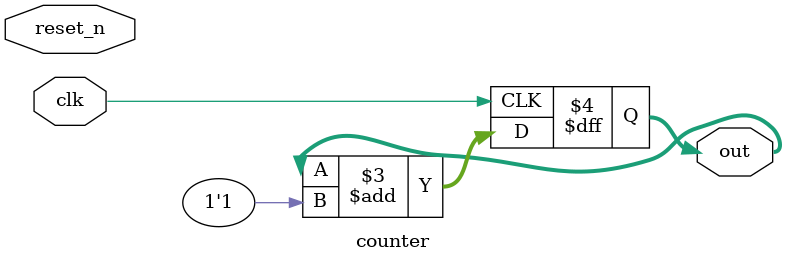
<source format=v>
module player (
    input clk, // clock
    input reset_n, // reset button
    input left,  // move to the left; will be synced to rate divider 
    input right, // move to the right; will be synced to rate divider
    input got_hit, // signals whether player has been shot by alien
    output reg [7:0] x_pos , // current x_position - sent to vga
    output reg [6:0] y_pos , // current y_position - sent to vga 
    output reg [2:0] colour // color sent to vga 
);
    ///***** Player is a 4 by 4 Square that can only move in x direction******///
    reg [7:0] x_pos_reg;
    reg [6:0] y_pos_reg;

	 reg can_move;
	 
	 
	 
    wire [4:0] counter_out;

    always @(posedge clk)
    begin
        if (reset_n)
        begin 
            x_pos_reg <= 8'd78; // roughly in the middle since 160 X 120
            y_pos_reg <= 7'd100; // roughly near the bottom of screen
				
        end
        else if (!got_hit) // still alive 
        begin
            y_pos_reg <= y_pos_reg; // fixed since only move in x direction
            if (left && can_move == 1'b1) // move left
            begin
                if (!x_pos)begin
                    x_pos_reg <= x_pos_reg;
                end
                else begin
                    x_pos_reg <= x_pos_reg - 1'b1;
                end     
            end
            
            else if (right && can_move == 1'b1) // move right
            begin
                if(x_pos == 8'd153)begin
                    x_pos_reg <= x_pos_reg;
                end
                else begin
                    x_pos_reg <= x_pos_reg + 1'b1;

                end    
            end
            else // not moving
            begin
               x_pos_reg <= x_pos_reg; 
            end

        end
        else if (got_hit) // dead 
        begin
            x_pos_reg <= x_pos_reg;
            y_pos_reg <= y_pos_reg;
        end

    end
	
    counter c0(clk, reset_n, counter_out);

    /// Draw player 
    //always @(counter_out)
   // begin
		  
       // y_pos <= y_pos_reg + counter_out[3:2];
        //x_pos <= x_pos_reg + counter_out[1:0];
		//  colour <= 3'b111;
    //end
	 
	 
	 
	 
	 
	 always @(posedge clk)
	 begin
		case(counter_out)
			5'd0: begin 
						y_pos <= y_pos_reg;
						x_pos <= x_pos_reg;
						colour <= 3'b000;
						can_move <= 1'b0;
					end
			
			5'd1: begin 
						y_pos <= y_pos_reg + 1'd1;
						x_pos <= x_pos_reg;
						colour <= 3'b000;
						can_move <= 1'b0;
					end
			5'd2: begin 
						y_pos <= y_pos_reg + 2'd2;
						x_pos <= x_pos_reg;
						colour <= 3'b000;
						can_move <= 1'b0;
					end
			5'd3: begin 
						y_pos <= y_pos_reg + 2'd3;
						x_pos <= x_pos_reg;
						colour <= 3'b000;
						can_move <= 1'b0;
					end
			5'd4: begin 
						y_pos <= y_pos_reg;
						x_pos <= x_pos_reg + 1'd1;
						colour <= 3'b111;
						can_move <= 1'b0;
					end
			5'd5: begin 
						y_pos <= y_pos_reg + 1'd1;
						x_pos <= x_pos_reg + 1'd1;
						colour <= 3'b111;
						can_move <= 1'b0;
					end
			5'd6: begin 
						y_pos <= y_pos_reg + 2'd2;
						x_pos <= x_pos_reg + 1'd1;
						colour <= 3'b111;
						can_move <= 1'b0;
					end
			5'd7: begin
						y_pos <= y_pos_reg + 2'd3;
						x_pos <= x_pos_reg + 1'd1;
						colour <= 3'b111;
						can_move <= 1'b0;
					end 
			5'd8: begin 
						y_pos <= y_pos_reg;
						x_pos <= x_pos_reg + 2'd2;
						colour <= 3'b111;
						can_move <= 1'b0;
					end
			5'd9: begin 
						y_pos <= y_pos_reg + 1'd1;
						x_pos <= x_pos_reg + 2'd2;
						colour <= 3'b111;
						can_move <= 1'b0;
					end
			5'd10: begin 
					   y_pos <= y_pos_reg + 2'd2;
						x_pos <= x_pos_reg + 2'd2;
						colour <= 3'b111;
						can_move <= 1'b0;
					 end
			5'd11: begin 
						y_pos <= y_pos_reg + 2'd3;
						x_pos <= x_pos_reg + 2'd2;
						colour <= 3'b111;
						can_move <= 1'b0;
					 end
			5'd12: begin 
						y_pos <= y_pos_reg;
						x_pos <= x_pos_reg + 3'd3;
						colour <= 3'b111;
						can_move <= 1'b0;
					 end
			5'd13: begin 
						y_pos <= y_pos_reg + 1'd1;
						x_pos <= x_pos_reg + 3'd3;
						colour <= 3'b111;
						can_move <= 1'b0;
					 end
			5'd14: begin 
						y_pos <= y_pos_reg + 3'd2;
						x_pos <= x_pos_reg + 3'd3;
						colour <= 3'b111;
						can_move <= 1'b0;
					 end
			5'd15: begin 
						y_pos <= y_pos_reg + 3'd3;
						x_pos <= x_pos_reg + 3'd3;
						colour <= 3'b111;
						can_move <= 1'b0;
					 end
			5'd16: begin 
						y_pos <= y_pos_reg;
						x_pos <= x_pos_reg + 3'd4;
						colour <= 3'b111;
						can_move <= 1'b0;
					 end
			5'd17: begin 
						y_pos <= y_pos_reg + 3'd1;
						x_pos <= x_pos_reg + 3'd4;
						colour <= 3'b111;
						can_move <= 1'b0;
					 end
			5'd18: begin 
						y_pos <= y_pos_reg + 3'd2;
						x_pos <= x_pos_reg + 3'd4;
						colour <= 3'b111;
						can_move <= 1'b0;
					 end
			5'd19: begin 
						y_pos <= y_pos_reg + 3'd3;
						x_pos <= x_pos_reg + 3'd4;
						colour <= 3'b111;
						can_move <= 1'b0;
					 end
			5'd20: begin 
						y_pos <= y_pos_reg;
						x_pos <= x_pos_reg + 3'd5;
						colour <= 3'b000;
						can_move <= 1'b0;
					 end
			5'd21: begin 
						y_pos <= y_pos_reg + 3'd1;
						x_pos <= x_pos_reg + 3'd5;
						colour <= 3'b000;
						can_move <= 1'b0;
					 end
			5'd22: begin 
						y_pos <= y_pos_reg + 3'd2;
						x_pos <= x_pos_reg + 3'd5;
						colour <= 3'b000;
						can_move <= 1'b0;
					 end
			5'd23: begin 
						y_pos <= y_pos_reg + 3'd3;
						x_pos <= x_pos_reg + 3'd5;
						colour <= 3'b000;
						can_move <= 1'b1;
					 end
		
	 endcase
	 end
	 
	 
	 
	 
	 //erase 
	 //always @(counter_out)
	 //begin
	//		if (left_right) begin
				 //draw_erase <= 1b'1;
		//		 y_pos <= y_pos_reg + counter_out[3:2];
		//		 x_pos <= x_pos_reg - 4 + counter_out[1:0];
		 //      colour <= 3'b000;
		//	end
			
		//	else begin
				//draw_erase <= 1b'1;
		//		y_pos <= y_pos_reg + counter_out[3:2];
		//		x_pos <= x_pos_reg + 4 + counter_out[1:0];
		//      colour <= 3'b000;
		//	end
	 
	// end
	 
	 



endmodule

module counter (clk, reset_n, out);
    input clk, reset_n;
    output reg [4:0] out;

    always @(posedge clk)
    begin
        if(reset_n)
            out <= 5'b00000;
        else 
            if (out == 5'd23)
				begin 
					out <= 5'd0;
				end
				
				out <= out + 1'b1;
    end
endmodule
</source>
